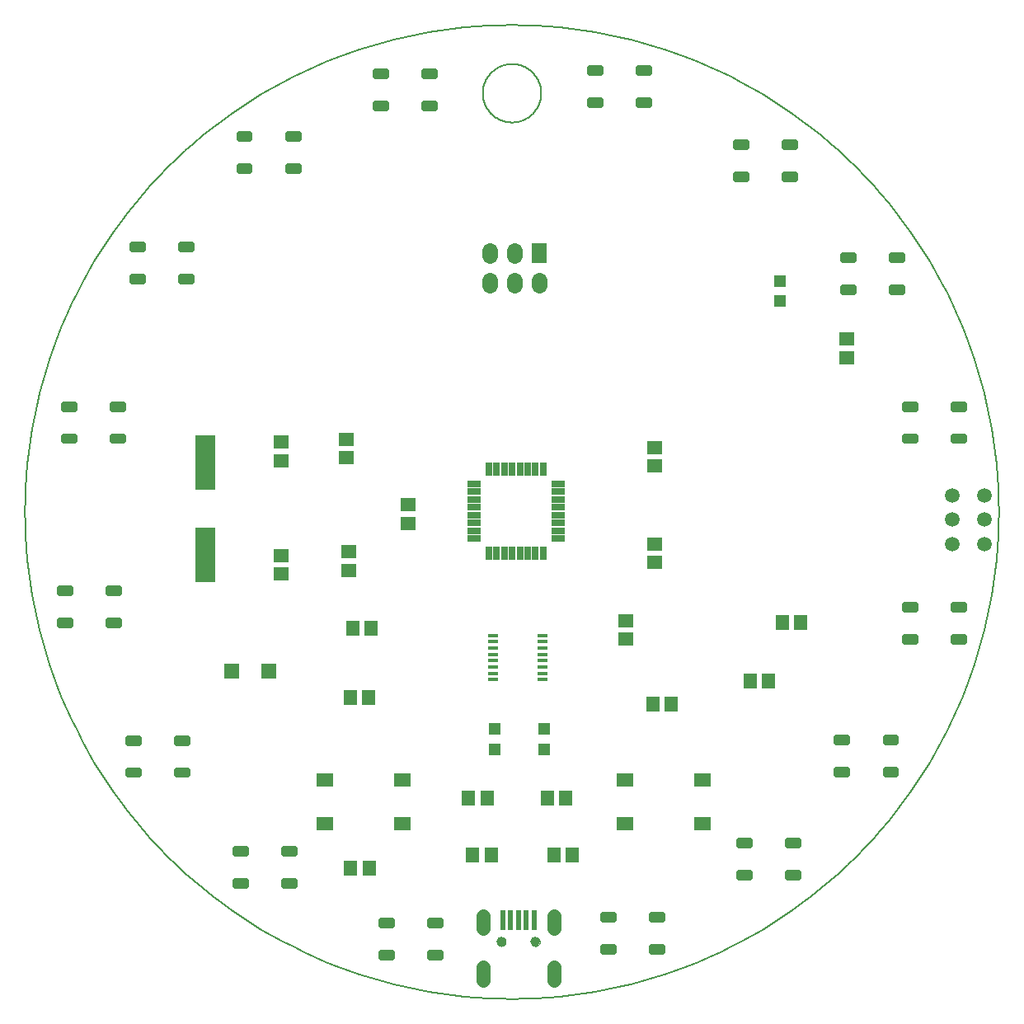
<source format=gts>
G75*
%MOIN*%
%OFA0B0*%
%FSLAX25Y25*%
%IPPOS*%
%LPD*%
%AMOC8*
5,1,8,0,0,1.08239X$1,22.5*
%
%ADD10C,0.00600*%
%ADD11R,0.05518X0.06306*%
%ADD12R,0.06306X0.05518*%
%ADD13R,0.05912X0.05912*%
%ADD14R,0.05400X0.02600*%
%ADD15R,0.02600X0.05400*%
%ADD16R,0.04300X0.01600*%
%ADD17C,0.02385*%
%ADD18R,0.05124X0.05124*%
%ADD19R,0.06699X0.05518*%
%ADD20C,0.05943*%
%ADD21C,0.04369*%
%ADD22R,0.06400X0.08400*%
%ADD23C,0.06400*%
%ADD24C,0.05550*%
%ADD25R,0.02369X0.08274*%
%ADD26C,0.00000*%
%ADD27C,0.03943*%
%ADD28R,0.08274X0.22054*%
D10*
X0001300Y0203937D02*
X0001359Y0208768D01*
X0001537Y0213596D01*
X0001833Y0218418D01*
X0002248Y0223232D01*
X0002780Y0228034D01*
X0003431Y0232821D01*
X0004198Y0237591D01*
X0005082Y0242341D01*
X0006083Y0247067D01*
X0007199Y0251768D01*
X0008431Y0256439D01*
X0009776Y0261080D01*
X0011235Y0265685D01*
X0012807Y0270254D01*
X0014490Y0274782D01*
X0016284Y0279268D01*
X0018188Y0283709D01*
X0020200Y0288101D01*
X0022319Y0292443D01*
X0024544Y0296731D01*
X0026873Y0300964D01*
X0029306Y0305138D01*
X0031841Y0309251D01*
X0034475Y0313301D01*
X0037208Y0317285D01*
X0040039Y0321200D01*
X0042964Y0325045D01*
X0045983Y0328817D01*
X0049093Y0332514D01*
X0052294Y0336133D01*
X0055582Y0339673D01*
X0058956Y0343131D01*
X0062414Y0346505D01*
X0065954Y0349793D01*
X0069573Y0352994D01*
X0073270Y0356104D01*
X0077042Y0359123D01*
X0080887Y0362048D01*
X0084802Y0364879D01*
X0088786Y0367612D01*
X0092836Y0370246D01*
X0096949Y0372781D01*
X0101123Y0375214D01*
X0105356Y0377543D01*
X0109644Y0379768D01*
X0113986Y0381887D01*
X0118378Y0383899D01*
X0122819Y0385803D01*
X0127305Y0387597D01*
X0131833Y0389280D01*
X0136402Y0390852D01*
X0141007Y0392311D01*
X0145648Y0393656D01*
X0150319Y0394888D01*
X0155020Y0396004D01*
X0159746Y0397005D01*
X0164496Y0397889D01*
X0169266Y0398656D01*
X0174053Y0399307D01*
X0178855Y0399839D01*
X0183669Y0400254D01*
X0188491Y0400550D01*
X0193319Y0400728D01*
X0198150Y0400787D01*
X0202981Y0400728D01*
X0207809Y0400550D01*
X0212631Y0400254D01*
X0217445Y0399839D01*
X0222247Y0399307D01*
X0227034Y0398656D01*
X0231804Y0397889D01*
X0236554Y0397005D01*
X0241280Y0396004D01*
X0245981Y0394888D01*
X0250652Y0393656D01*
X0255293Y0392311D01*
X0259898Y0390852D01*
X0264467Y0389280D01*
X0268995Y0387597D01*
X0273481Y0385803D01*
X0277922Y0383899D01*
X0282314Y0381887D01*
X0286656Y0379768D01*
X0290944Y0377543D01*
X0295177Y0375214D01*
X0299351Y0372781D01*
X0303464Y0370246D01*
X0307514Y0367612D01*
X0311498Y0364879D01*
X0315413Y0362048D01*
X0319258Y0359123D01*
X0323030Y0356104D01*
X0326727Y0352994D01*
X0330346Y0349793D01*
X0333886Y0346505D01*
X0337344Y0343131D01*
X0340718Y0339673D01*
X0344006Y0336133D01*
X0347207Y0332514D01*
X0350317Y0328817D01*
X0353336Y0325045D01*
X0356261Y0321200D01*
X0359092Y0317285D01*
X0361825Y0313301D01*
X0364459Y0309251D01*
X0366994Y0305138D01*
X0369427Y0300964D01*
X0371756Y0296731D01*
X0373981Y0292443D01*
X0376100Y0288101D01*
X0378112Y0283709D01*
X0380016Y0279268D01*
X0381810Y0274782D01*
X0383493Y0270254D01*
X0385065Y0265685D01*
X0386524Y0261080D01*
X0387869Y0256439D01*
X0389101Y0251768D01*
X0390217Y0247067D01*
X0391218Y0242341D01*
X0392102Y0237591D01*
X0392869Y0232821D01*
X0393520Y0228034D01*
X0394052Y0223232D01*
X0394467Y0218418D01*
X0394763Y0213596D01*
X0394941Y0208768D01*
X0395000Y0203937D01*
X0394941Y0199106D01*
X0394763Y0194278D01*
X0394467Y0189456D01*
X0394052Y0184642D01*
X0393520Y0179840D01*
X0392869Y0175053D01*
X0392102Y0170283D01*
X0391218Y0165533D01*
X0390217Y0160807D01*
X0389101Y0156106D01*
X0387869Y0151435D01*
X0386524Y0146794D01*
X0385065Y0142189D01*
X0383493Y0137620D01*
X0381810Y0133092D01*
X0380016Y0128606D01*
X0378112Y0124165D01*
X0376100Y0119773D01*
X0373981Y0115431D01*
X0371756Y0111143D01*
X0369427Y0106910D01*
X0366994Y0102736D01*
X0364459Y0098623D01*
X0361825Y0094573D01*
X0359092Y0090589D01*
X0356261Y0086674D01*
X0353336Y0082829D01*
X0350317Y0079057D01*
X0347207Y0075360D01*
X0344006Y0071741D01*
X0340718Y0068201D01*
X0337344Y0064743D01*
X0333886Y0061369D01*
X0330346Y0058081D01*
X0326727Y0054880D01*
X0323030Y0051770D01*
X0319258Y0048751D01*
X0315413Y0045826D01*
X0311498Y0042995D01*
X0307514Y0040262D01*
X0303464Y0037628D01*
X0299351Y0035093D01*
X0295177Y0032660D01*
X0290944Y0030331D01*
X0286656Y0028106D01*
X0282314Y0025987D01*
X0277922Y0023975D01*
X0273481Y0022071D01*
X0268995Y0020277D01*
X0264467Y0018594D01*
X0259898Y0017022D01*
X0255293Y0015563D01*
X0250652Y0014218D01*
X0245981Y0012986D01*
X0241280Y0011870D01*
X0236554Y0010869D01*
X0231804Y0009985D01*
X0227034Y0009218D01*
X0222247Y0008567D01*
X0217445Y0008035D01*
X0212631Y0007620D01*
X0207809Y0007324D01*
X0202981Y0007146D01*
X0198150Y0007087D01*
X0193319Y0007146D01*
X0188491Y0007324D01*
X0183669Y0007620D01*
X0178855Y0008035D01*
X0174053Y0008567D01*
X0169266Y0009218D01*
X0164496Y0009985D01*
X0159746Y0010869D01*
X0155020Y0011870D01*
X0150319Y0012986D01*
X0145648Y0014218D01*
X0141007Y0015563D01*
X0136402Y0017022D01*
X0131833Y0018594D01*
X0127305Y0020277D01*
X0122819Y0022071D01*
X0118378Y0023975D01*
X0113986Y0025987D01*
X0109644Y0028106D01*
X0105356Y0030331D01*
X0101123Y0032660D01*
X0096949Y0035093D01*
X0092836Y0037628D01*
X0088786Y0040262D01*
X0084802Y0042995D01*
X0080887Y0045826D01*
X0077042Y0048751D01*
X0073270Y0051770D01*
X0069573Y0054880D01*
X0065954Y0058081D01*
X0062414Y0061369D01*
X0058956Y0064743D01*
X0055582Y0068201D01*
X0052294Y0071741D01*
X0049093Y0075360D01*
X0045983Y0079057D01*
X0042964Y0082829D01*
X0040039Y0086674D01*
X0037208Y0090589D01*
X0034475Y0094573D01*
X0031841Y0098623D01*
X0029306Y0102736D01*
X0026873Y0106910D01*
X0024544Y0111143D01*
X0022319Y0115431D01*
X0020200Y0119773D01*
X0018188Y0124165D01*
X0016284Y0128606D01*
X0014490Y0133092D01*
X0012807Y0137620D01*
X0011235Y0142189D01*
X0009776Y0146794D01*
X0008431Y0151435D01*
X0007199Y0156106D01*
X0006083Y0160807D01*
X0005082Y0165533D01*
X0004198Y0170283D01*
X0003431Y0175053D01*
X0002780Y0179840D01*
X0002248Y0184642D01*
X0001833Y0189456D01*
X0001537Y0194278D01*
X0001359Y0199106D01*
X0001300Y0203937D01*
X0186339Y0373228D02*
X0186343Y0373518D01*
X0186353Y0373808D01*
X0186371Y0374097D01*
X0186396Y0374386D01*
X0186428Y0374674D01*
X0186467Y0374961D01*
X0186513Y0375247D01*
X0186566Y0375532D01*
X0186626Y0375816D01*
X0186693Y0376098D01*
X0186767Y0376378D01*
X0186848Y0376657D01*
X0186935Y0376933D01*
X0187029Y0377207D01*
X0187130Y0377479D01*
X0187238Y0377748D01*
X0187352Y0378014D01*
X0187473Y0378278D01*
X0187600Y0378538D01*
X0187734Y0378796D01*
X0187873Y0379050D01*
X0188019Y0379300D01*
X0188171Y0379547D01*
X0188330Y0379790D01*
X0188494Y0380029D01*
X0188663Y0380264D01*
X0188839Y0380495D01*
X0189020Y0380721D01*
X0189207Y0380943D01*
X0189399Y0381160D01*
X0189596Y0381372D01*
X0189798Y0381580D01*
X0190006Y0381782D01*
X0190218Y0381979D01*
X0190435Y0382171D01*
X0190657Y0382358D01*
X0190883Y0382539D01*
X0191114Y0382715D01*
X0191349Y0382884D01*
X0191588Y0383048D01*
X0191831Y0383207D01*
X0192078Y0383359D01*
X0192328Y0383505D01*
X0192582Y0383644D01*
X0192840Y0383778D01*
X0193100Y0383905D01*
X0193364Y0384026D01*
X0193630Y0384140D01*
X0193899Y0384248D01*
X0194171Y0384349D01*
X0194445Y0384443D01*
X0194721Y0384530D01*
X0195000Y0384611D01*
X0195280Y0384685D01*
X0195562Y0384752D01*
X0195846Y0384812D01*
X0196131Y0384865D01*
X0196417Y0384911D01*
X0196704Y0384950D01*
X0196992Y0384982D01*
X0197281Y0385007D01*
X0197570Y0385025D01*
X0197860Y0385035D01*
X0198150Y0385039D01*
X0198440Y0385035D01*
X0198730Y0385025D01*
X0199019Y0385007D01*
X0199308Y0384982D01*
X0199596Y0384950D01*
X0199883Y0384911D01*
X0200169Y0384865D01*
X0200454Y0384812D01*
X0200738Y0384752D01*
X0201020Y0384685D01*
X0201300Y0384611D01*
X0201579Y0384530D01*
X0201855Y0384443D01*
X0202129Y0384349D01*
X0202401Y0384248D01*
X0202670Y0384140D01*
X0202936Y0384026D01*
X0203200Y0383905D01*
X0203460Y0383778D01*
X0203718Y0383644D01*
X0203972Y0383505D01*
X0204222Y0383359D01*
X0204469Y0383207D01*
X0204712Y0383048D01*
X0204951Y0382884D01*
X0205186Y0382715D01*
X0205417Y0382539D01*
X0205643Y0382358D01*
X0205865Y0382171D01*
X0206082Y0381979D01*
X0206294Y0381782D01*
X0206502Y0381580D01*
X0206704Y0381372D01*
X0206901Y0381160D01*
X0207093Y0380943D01*
X0207280Y0380721D01*
X0207461Y0380495D01*
X0207637Y0380264D01*
X0207806Y0380029D01*
X0207970Y0379790D01*
X0208129Y0379547D01*
X0208281Y0379300D01*
X0208427Y0379050D01*
X0208566Y0378796D01*
X0208700Y0378538D01*
X0208827Y0378278D01*
X0208948Y0378014D01*
X0209062Y0377748D01*
X0209170Y0377479D01*
X0209271Y0377207D01*
X0209365Y0376933D01*
X0209452Y0376657D01*
X0209533Y0376378D01*
X0209607Y0376098D01*
X0209674Y0375816D01*
X0209734Y0375532D01*
X0209787Y0375247D01*
X0209833Y0374961D01*
X0209872Y0374674D01*
X0209904Y0374386D01*
X0209929Y0374097D01*
X0209947Y0373808D01*
X0209957Y0373518D01*
X0209961Y0373228D01*
X0209957Y0372938D01*
X0209947Y0372648D01*
X0209929Y0372359D01*
X0209904Y0372070D01*
X0209872Y0371782D01*
X0209833Y0371495D01*
X0209787Y0371209D01*
X0209734Y0370924D01*
X0209674Y0370640D01*
X0209607Y0370358D01*
X0209533Y0370078D01*
X0209452Y0369799D01*
X0209365Y0369523D01*
X0209271Y0369249D01*
X0209170Y0368977D01*
X0209062Y0368708D01*
X0208948Y0368442D01*
X0208827Y0368178D01*
X0208700Y0367918D01*
X0208566Y0367660D01*
X0208427Y0367406D01*
X0208281Y0367156D01*
X0208129Y0366909D01*
X0207970Y0366666D01*
X0207806Y0366427D01*
X0207637Y0366192D01*
X0207461Y0365961D01*
X0207280Y0365735D01*
X0207093Y0365513D01*
X0206901Y0365296D01*
X0206704Y0365084D01*
X0206502Y0364876D01*
X0206294Y0364674D01*
X0206082Y0364477D01*
X0205865Y0364285D01*
X0205643Y0364098D01*
X0205417Y0363917D01*
X0205186Y0363741D01*
X0204951Y0363572D01*
X0204712Y0363408D01*
X0204469Y0363249D01*
X0204222Y0363097D01*
X0203972Y0362951D01*
X0203718Y0362812D01*
X0203460Y0362678D01*
X0203200Y0362551D01*
X0202936Y0362430D01*
X0202670Y0362316D01*
X0202401Y0362208D01*
X0202129Y0362107D01*
X0201855Y0362013D01*
X0201579Y0361926D01*
X0201300Y0361845D01*
X0201020Y0361771D01*
X0200738Y0361704D01*
X0200454Y0361644D01*
X0200169Y0361591D01*
X0199883Y0361545D01*
X0199596Y0361506D01*
X0199308Y0361474D01*
X0199019Y0361449D01*
X0198730Y0361431D01*
X0198440Y0361421D01*
X0198150Y0361417D01*
X0197860Y0361421D01*
X0197570Y0361431D01*
X0197281Y0361449D01*
X0196992Y0361474D01*
X0196704Y0361506D01*
X0196417Y0361545D01*
X0196131Y0361591D01*
X0195846Y0361644D01*
X0195562Y0361704D01*
X0195280Y0361771D01*
X0195000Y0361845D01*
X0194721Y0361926D01*
X0194445Y0362013D01*
X0194171Y0362107D01*
X0193899Y0362208D01*
X0193630Y0362316D01*
X0193364Y0362430D01*
X0193100Y0362551D01*
X0192840Y0362678D01*
X0192582Y0362812D01*
X0192328Y0362951D01*
X0192078Y0363097D01*
X0191831Y0363249D01*
X0191588Y0363408D01*
X0191349Y0363572D01*
X0191114Y0363741D01*
X0190883Y0363917D01*
X0190657Y0364098D01*
X0190435Y0364285D01*
X0190218Y0364477D01*
X0190006Y0364674D01*
X0189798Y0364876D01*
X0189596Y0365084D01*
X0189399Y0365296D01*
X0189207Y0365513D01*
X0189020Y0365735D01*
X0188839Y0365961D01*
X0188663Y0366192D01*
X0188494Y0366427D01*
X0188330Y0366666D01*
X0188171Y0366909D01*
X0188019Y0367156D01*
X0187873Y0367406D01*
X0187734Y0367660D01*
X0187600Y0367918D01*
X0187473Y0368178D01*
X0187352Y0368442D01*
X0187238Y0368708D01*
X0187130Y0368977D01*
X0187029Y0369249D01*
X0186935Y0369523D01*
X0186848Y0369799D01*
X0186767Y0370078D01*
X0186693Y0370358D01*
X0186626Y0370640D01*
X0186566Y0370924D01*
X0186513Y0371209D01*
X0186467Y0371495D01*
X0186428Y0371782D01*
X0186396Y0372070D01*
X0186371Y0372359D01*
X0186353Y0372648D01*
X0186343Y0372938D01*
X0186339Y0373228D01*
D11*
X0141221Y0156850D03*
X0133741Y0156850D03*
X0132717Y0128976D03*
X0140198Y0128976D03*
X0180513Y0088228D03*
X0187993Y0088228D03*
X0189725Y0065118D03*
X0182245Y0065118D03*
X0212324Y0088228D03*
X0219804Y0088228D03*
X0222599Y0065118D03*
X0215119Y0065118D03*
X0255001Y0126220D03*
X0262481Y0126220D03*
X0294371Y0135472D03*
X0301851Y0135472D03*
X0307442Y0159094D03*
X0314922Y0159094D03*
X0140355Y0059803D03*
X0132875Y0059803D03*
D12*
X0243977Y0152480D03*
X0243977Y0159961D03*
X0255670Y0183543D03*
X0255670Y0191024D03*
X0255670Y0222598D03*
X0255670Y0230079D03*
X0333544Y0266299D03*
X0333544Y0273780D03*
X0156261Y0206772D03*
X0156261Y0199291D03*
X0132245Y0187835D03*
X0132245Y0180354D03*
X0104686Y0178780D03*
X0104686Y0186260D03*
X0104686Y0224646D03*
X0104686Y0232126D03*
X0131064Y0233307D03*
X0131064Y0225827D03*
D13*
X0099686Y0139724D03*
X0084725Y0139724D03*
D14*
X0182865Y0193228D03*
X0182865Y0196378D03*
X0182865Y0199528D03*
X0182865Y0202677D03*
X0182865Y0205827D03*
X0182865Y0208976D03*
X0182865Y0212126D03*
X0182865Y0215276D03*
X0216665Y0215276D03*
X0216665Y0212126D03*
X0216665Y0208976D03*
X0216665Y0205827D03*
X0216665Y0202677D03*
X0216665Y0199528D03*
X0216665Y0196378D03*
X0216665Y0193228D03*
D15*
X0210788Y0187352D03*
X0207639Y0187352D03*
X0204489Y0187352D03*
X0201339Y0187352D03*
X0198190Y0187352D03*
X0195040Y0187352D03*
X0191891Y0187352D03*
X0188741Y0187352D03*
X0188741Y0221152D03*
X0191891Y0221152D03*
X0195040Y0221152D03*
X0198190Y0221152D03*
X0201339Y0221152D03*
X0204489Y0221152D03*
X0207639Y0221152D03*
X0210788Y0221152D03*
D16*
X0210500Y0154075D03*
X0210500Y0151516D03*
X0210500Y0148957D03*
X0210500Y0146398D03*
X0210500Y0143839D03*
X0210500Y0141280D03*
X0210500Y0138720D03*
X0210500Y0136161D03*
X0190525Y0136161D03*
X0190525Y0138720D03*
X0190525Y0141280D03*
X0190525Y0143839D03*
X0190525Y0146398D03*
X0190525Y0148957D03*
X0190525Y0151516D03*
X0190525Y0154075D03*
D17*
X0090465Y0054913D02*
X0086151Y0054913D01*
X0090465Y0054913D02*
X0090465Y0052961D01*
X0086151Y0052961D01*
X0086151Y0054913D01*
X0086151Y0067905D02*
X0090465Y0067905D01*
X0090465Y0065953D01*
X0086151Y0065953D01*
X0086151Y0067905D01*
X0105836Y0067905D02*
X0110150Y0067905D01*
X0110150Y0065953D01*
X0105836Y0065953D01*
X0105836Y0067905D01*
X0105836Y0054913D02*
X0110150Y0054913D01*
X0110150Y0052961D01*
X0105836Y0052961D01*
X0105836Y0054913D01*
X0145206Y0038850D02*
X0149520Y0038850D01*
X0149520Y0036898D01*
X0145206Y0036898D01*
X0145206Y0038850D01*
X0145206Y0025858D02*
X0149520Y0025858D01*
X0149520Y0023906D01*
X0145206Y0023906D01*
X0145206Y0025858D01*
X0164891Y0025858D02*
X0169205Y0025858D01*
X0169205Y0023906D01*
X0164891Y0023906D01*
X0164891Y0025858D01*
X0164891Y0038850D02*
X0169205Y0038850D01*
X0169205Y0036898D01*
X0164891Y0036898D01*
X0164891Y0038850D01*
X0234812Y0041094D02*
X0239126Y0041094D01*
X0239126Y0039142D01*
X0234812Y0039142D01*
X0234812Y0041094D01*
X0234812Y0028102D02*
X0239126Y0028102D01*
X0239126Y0026150D01*
X0234812Y0026150D01*
X0234812Y0028102D01*
X0254497Y0028102D02*
X0258811Y0028102D01*
X0258811Y0026150D01*
X0254497Y0026150D01*
X0254497Y0028102D01*
X0254497Y0041094D02*
X0258811Y0041094D01*
X0258811Y0039142D01*
X0254497Y0039142D01*
X0254497Y0041094D01*
X0289930Y0058102D02*
X0294244Y0058102D01*
X0294244Y0056150D01*
X0289930Y0056150D01*
X0289930Y0058102D01*
X0289930Y0071094D02*
X0294244Y0071094D01*
X0294244Y0069142D01*
X0289930Y0069142D01*
X0289930Y0071094D01*
X0309615Y0071094D02*
X0313929Y0071094D01*
X0313929Y0069142D01*
X0309615Y0069142D01*
X0309615Y0071094D01*
X0309615Y0058102D02*
X0313929Y0058102D01*
X0313929Y0056150D01*
X0309615Y0056150D01*
X0309615Y0058102D01*
X0329300Y0099913D02*
X0333614Y0099913D01*
X0333614Y0097961D01*
X0329300Y0097961D01*
X0329300Y0099913D01*
X0329300Y0112905D02*
X0333614Y0112905D01*
X0333614Y0110953D01*
X0329300Y0110953D01*
X0329300Y0112905D01*
X0348986Y0112905D02*
X0353300Y0112905D01*
X0353300Y0110953D01*
X0348986Y0110953D01*
X0348986Y0112905D01*
X0348986Y0099913D02*
X0353300Y0099913D01*
X0353300Y0097961D01*
X0348986Y0097961D01*
X0348986Y0099913D01*
X0356860Y0153535D02*
X0361174Y0153535D01*
X0361174Y0151583D01*
X0356860Y0151583D01*
X0356860Y0153535D01*
X0356860Y0166527D02*
X0361174Y0166527D01*
X0361174Y0164575D01*
X0356860Y0164575D01*
X0356860Y0166527D01*
X0376545Y0166527D02*
X0380859Y0166527D01*
X0380859Y0164575D01*
X0376545Y0164575D01*
X0376545Y0166527D01*
X0376545Y0153535D02*
X0380859Y0153535D01*
X0380859Y0151583D01*
X0376545Y0151583D01*
X0376545Y0153535D01*
X0376545Y0234716D02*
X0380859Y0234716D01*
X0380859Y0232764D01*
X0376545Y0232764D01*
X0376545Y0234716D01*
X0376545Y0247708D02*
X0380859Y0247708D01*
X0380859Y0245756D01*
X0376545Y0245756D01*
X0376545Y0247708D01*
X0361174Y0247708D02*
X0356860Y0247708D01*
X0361174Y0247708D02*
X0361174Y0245756D01*
X0356860Y0245756D01*
X0356860Y0247708D01*
X0356860Y0234716D02*
X0361174Y0234716D01*
X0361174Y0232764D01*
X0356860Y0232764D01*
X0356860Y0234716D01*
X0355740Y0294874D02*
X0351426Y0294874D01*
X0355740Y0294874D02*
X0355740Y0292922D01*
X0351426Y0292922D01*
X0351426Y0294874D01*
X0351426Y0307866D02*
X0355740Y0307866D01*
X0355740Y0305914D01*
X0351426Y0305914D01*
X0351426Y0307866D01*
X0336055Y0307866D02*
X0331741Y0307866D01*
X0336055Y0307866D02*
X0336055Y0305914D01*
X0331741Y0305914D01*
X0331741Y0307866D01*
X0331741Y0294874D02*
X0336055Y0294874D01*
X0336055Y0292922D01*
X0331741Y0292922D01*
X0331741Y0294874D01*
X0312433Y0340622D02*
X0308119Y0340622D01*
X0312433Y0340622D02*
X0312433Y0338670D01*
X0308119Y0338670D01*
X0308119Y0340622D01*
X0308119Y0353614D02*
X0312433Y0353614D01*
X0312433Y0351662D01*
X0308119Y0351662D01*
X0308119Y0353614D01*
X0292748Y0353614D02*
X0288434Y0353614D01*
X0292748Y0353614D02*
X0292748Y0351662D01*
X0288434Y0351662D01*
X0288434Y0353614D01*
X0288434Y0340622D02*
X0292748Y0340622D01*
X0292748Y0338670D01*
X0288434Y0338670D01*
X0288434Y0340622D01*
X0253378Y0370622D02*
X0249064Y0370622D01*
X0253378Y0370622D02*
X0253378Y0368670D01*
X0249064Y0368670D01*
X0249064Y0370622D01*
X0249064Y0383614D02*
X0253378Y0383614D01*
X0253378Y0381662D01*
X0249064Y0381662D01*
X0249064Y0383614D01*
X0233693Y0383614D02*
X0229379Y0383614D01*
X0233693Y0383614D02*
X0233693Y0381662D01*
X0229379Y0381662D01*
X0229379Y0383614D01*
X0229379Y0370622D02*
X0233693Y0370622D01*
X0233693Y0368670D01*
X0229379Y0368670D01*
X0229379Y0370622D01*
X0166764Y0369126D02*
X0162450Y0369126D01*
X0166764Y0369126D02*
X0166764Y0367174D01*
X0162450Y0367174D01*
X0162450Y0369126D01*
X0162450Y0382118D02*
X0166764Y0382118D01*
X0166764Y0380166D01*
X0162450Y0380166D01*
X0162450Y0382118D01*
X0147079Y0382118D02*
X0142765Y0382118D01*
X0147079Y0382118D02*
X0147079Y0380166D01*
X0142765Y0380166D01*
X0142765Y0382118D01*
X0142765Y0369126D02*
X0147079Y0369126D01*
X0147079Y0367174D01*
X0142765Y0367174D01*
X0142765Y0369126D01*
X0111646Y0357000D02*
X0107332Y0357000D01*
X0111646Y0357000D02*
X0111646Y0355048D01*
X0107332Y0355048D01*
X0107332Y0357000D01*
X0107332Y0344007D02*
X0111646Y0344007D01*
X0111646Y0342055D01*
X0107332Y0342055D01*
X0107332Y0344007D01*
X0091961Y0344007D02*
X0087647Y0344007D01*
X0091961Y0344007D02*
X0091961Y0342055D01*
X0087647Y0342055D01*
X0087647Y0344007D01*
X0087647Y0357000D02*
X0091961Y0357000D01*
X0091961Y0355048D01*
X0087647Y0355048D01*
X0087647Y0357000D01*
X0068339Y0312196D02*
X0064025Y0312196D01*
X0068339Y0312196D02*
X0068339Y0310244D01*
X0064025Y0310244D01*
X0064025Y0312196D01*
X0064025Y0299204D02*
X0068339Y0299204D01*
X0068339Y0297252D01*
X0064025Y0297252D01*
X0064025Y0299204D01*
X0048654Y0299204D02*
X0044340Y0299204D01*
X0048654Y0299204D02*
X0048654Y0297252D01*
X0044340Y0297252D01*
X0044340Y0299204D01*
X0044340Y0312196D02*
X0048654Y0312196D01*
X0048654Y0310244D01*
X0044340Y0310244D01*
X0044340Y0312196D01*
X0040780Y0247708D02*
X0036466Y0247708D01*
X0040780Y0247708D02*
X0040780Y0245756D01*
X0036466Y0245756D01*
X0036466Y0247708D01*
X0036466Y0234716D02*
X0040780Y0234716D01*
X0040780Y0232764D01*
X0036466Y0232764D01*
X0036466Y0234716D01*
X0021095Y0234716D02*
X0016781Y0234716D01*
X0021095Y0234716D02*
X0021095Y0232764D01*
X0016781Y0232764D01*
X0016781Y0234716D01*
X0016781Y0247708D02*
X0021095Y0247708D01*
X0021095Y0245756D01*
X0016781Y0245756D01*
X0016781Y0247708D01*
X0015285Y0173259D02*
X0019599Y0173259D01*
X0019599Y0171307D01*
X0015285Y0171307D01*
X0015285Y0173259D01*
X0015285Y0160267D02*
X0019599Y0160267D01*
X0019599Y0158315D01*
X0015285Y0158315D01*
X0015285Y0160267D01*
X0034970Y0160267D02*
X0039284Y0160267D01*
X0039284Y0158315D01*
X0034970Y0158315D01*
X0034970Y0160267D01*
X0034970Y0173259D02*
X0039284Y0173259D01*
X0039284Y0171307D01*
X0034970Y0171307D01*
X0034970Y0173259D01*
X0042844Y0112708D02*
X0047158Y0112708D01*
X0047158Y0110756D01*
X0042844Y0110756D01*
X0042844Y0112708D01*
X0042844Y0099716D02*
X0047158Y0099716D01*
X0047158Y0097764D01*
X0042844Y0097764D01*
X0042844Y0099716D01*
X0062529Y0099716D02*
X0066843Y0099716D01*
X0066843Y0097764D01*
X0062529Y0097764D01*
X0062529Y0099716D01*
X0062529Y0112708D02*
X0066843Y0112708D01*
X0066843Y0110756D01*
X0062529Y0110756D01*
X0062529Y0112708D01*
D18*
X0191064Y0116299D03*
X0191064Y0108031D03*
X0211064Y0108031D03*
X0211064Y0116299D03*
X0306497Y0289134D03*
X0306497Y0297402D03*
D19*
X0275237Y0095630D03*
X0275237Y0077913D03*
X0243741Y0077913D03*
X0243741Y0095630D03*
X0153820Y0095630D03*
X0153820Y0077913D03*
X0122324Y0077913D03*
X0122324Y0095630D03*
D20*
X0376182Y0191024D03*
X0376182Y0200866D03*
X0376182Y0210709D03*
X0389174Y0210709D03*
X0389174Y0200866D03*
X0389174Y0191024D03*
D21*
X0209095Y0297756D03*
X0199095Y0297756D03*
X0199095Y0307756D03*
X0209095Y0307756D03*
X0189095Y0307756D03*
X0189095Y0297756D03*
D22*
X0209095Y0308756D03*
D23*
X0199095Y0309756D02*
X0199095Y0307756D01*
X0189095Y0307756D02*
X0189095Y0309756D01*
X0189095Y0297756D02*
X0189095Y0295756D01*
X0199095Y0295756D02*
X0199095Y0297756D01*
X0209095Y0297756D02*
X0209095Y0295756D01*
D24*
X0215080Y0040646D02*
X0215080Y0035496D01*
X0215080Y0019780D02*
X0215080Y0014630D01*
X0186339Y0014630D02*
X0186339Y0019780D01*
X0186339Y0035496D02*
X0186339Y0040646D01*
D25*
X0194410Y0039055D03*
X0197560Y0039055D03*
X0200709Y0039055D03*
X0203859Y0039055D03*
X0207009Y0039055D03*
D26*
X0205827Y0030197D02*
X0205829Y0030281D01*
X0205835Y0030364D01*
X0205845Y0030447D01*
X0205859Y0030530D01*
X0205876Y0030612D01*
X0205898Y0030693D01*
X0205923Y0030772D01*
X0205952Y0030851D01*
X0205985Y0030928D01*
X0206021Y0031003D01*
X0206061Y0031077D01*
X0206104Y0031149D01*
X0206151Y0031218D01*
X0206201Y0031285D01*
X0206254Y0031350D01*
X0206310Y0031412D01*
X0206368Y0031472D01*
X0206430Y0031529D01*
X0206494Y0031582D01*
X0206561Y0031633D01*
X0206630Y0031680D01*
X0206701Y0031725D01*
X0206774Y0031765D01*
X0206849Y0031802D01*
X0206926Y0031836D01*
X0207004Y0031866D01*
X0207083Y0031892D01*
X0207164Y0031915D01*
X0207246Y0031933D01*
X0207328Y0031948D01*
X0207411Y0031959D01*
X0207494Y0031966D01*
X0207578Y0031969D01*
X0207662Y0031968D01*
X0207745Y0031963D01*
X0207829Y0031954D01*
X0207911Y0031941D01*
X0207993Y0031925D01*
X0208074Y0031904D01*
X0208155Y0031880D01*
X0208233Y0031852D01*
X0208311Y0031820D01*
X0208387Y0031784D01*
X0208461Y0031745D01*
X0208533Y0031703D01*
X0208603Y0031657D01*
X0208671Y0031608D01*
X0208736Y0031556D01*
X0208799Y0031501D01*
X0208859Y0031443D01*
X0208917Y0031382D01*
X0208971Y0031318D01*
X0209023Y0031252D01*
X0209071Y0031184D01*
X0209116Y0031113D01*
X0209157Y0031040D01*
X0209196Y0030966D01*
X0209230Y0030890D01*
X0209261Y0030812D01*
X0209288Y0030733D01*
X0209312Y0030652D01*
X0209331Y0030571D01*
X0209347Y0030489D01*
X0209359Y0030406D01*
X0209367Y0030322D01*
X0209371Y0030239D01*
X0209371Y0030155D01*
X0209367Y0030072D01*
X0209359Y0029988D01*
X0209347Y0029905D01*
X0209331Y0029823D01*
X0209312Y0029742D01*
X0209288Y0029661D01*
X0209261Y0029582D01*
X0209230Y0029504D01*
X0209196Y0029428D01*
X0209157Y0029354D01*
X0209116Y0029281D01*
X0209071Y0029210D01*
X0209023Y0029142D01*
X0208971Y0029076D01*
X0208917Y0029012D01*
X0208859Y0028951D01*
X0208799Y0028893D01*
X0208736Y0028838D01*
X0208671Y0028786D01*
X0208603Y0028737D01*
X0208533Y0028691D01*
X0208461Y0028649D01*
X0208387Y0028610D01*
X0208311Y0028574D01*
X0208233Y0028542D01*
X0208155Y0028514D01*
X0208074Y0028490D01*
X0207993Y0028469D01*
X0207911Y0028453D01*
X0207829Y0028440D01*
X0207745Y0028431D01*
X0207662Y0028426D01*
X0207578Y0028425D01*
X0207494Y0028428D01*
X0207411Y0028435D01*
X0207328Y0028446D01*
X0207246Y0028461D01*
X0207164Y0028479D01*
X0207083Y0028502D01*
X0207004Y0028528D01*
X0206926Y0028558D01*
X0206849Y0028592D01*
X0206774Y0028629D01*
X0206701Y0028669D01*
X0206630Y0028714D01*
X0206561Y0028761D01*
X0206494Y0028812D01*
X0206430Y0028865D01*
X0206368Y0028922D01*
X0206310Y0028982D01*
X0206254Y0029044D01*
X0206201Y0029109D01*
X0206151Y0029176D01*
X0206104Y0029245D01*
X0206061Y0029317D01*
X0206021Y0029391D01*
X0205985Y0029466D01*
X0205952Y0029543D01*
X0205923Y0029622D01*
X0205898Y0029701D01*
X0205876Y0029782D01*
X0205859Y0029864D01*
X0205845Y0029947D01*
X0205835Y0030030D01*
X0205829Y0030113D01*
X0205827Y0030197D01*
X0192048Y0030197D02*
X0192050Y0030281D01*
X0192056Y0030364D01*
X0192066Y0030447D01*
X0192080Y0030530D01*
X0192097Y0030612D01*
X0192119Y0030693D01*
X0192144Y0030772D01*
X0192173Y0030851D01*
X0192206Y0030928D01*
X0192242Y0031003D01*
X0192282Y0031077D01*
X0192325Y0031149D01*
X0192372Y0031218D01*
X0192422Y0031285D01*
X0192475Y0031350D01*
X0192531Y0031412D01*
X0192589Y0031472D01*
X0192651Y0031529D01*
X0192715Y0031582D01*
X0192782Y0031633D01*
X0192851Y0031680D01*
X0192922Y0031725D01*
X0192995Y0031765D01*
X0193070Y0031802D01*
X0193147Y0031836D01*
X0193225Y0031866D01*
X0193304Y0031892D01*
X0193385Y0031915D01*
X0193467Y0031933D01*
X0193549Y0031948D01*
X0193632Y0031959D01*
X0193715Y0031966D01*
X0193799Y0031969D01*
X0193883Y0031968D01*
X0193966Y0031963D01*
X0194050Y0031954D01*
X0194132Y0031941D01*
X0194214Y0031925D01*
X0194295Y0031904D01*
X0194376Y0031880D01*
X0194454Y0031852D01*
X0194532Y0031820D01*
X0194608Y0031784D01*
X0194682Y0031745D01*
X0194754Y0031703D01*
X0194824Y0031657D01*
X0194892Y0031608D01*
X0194957Y0031556D01*
X0195020Y0031501D01*
X0195080Y0031443D01*
X0195138Y0031382D01*
X0195192Y0031318D01*
X0195244Y0031252D01*
X0195292Y0031184D01*
X0195337Y0031113D01*
X0195378Y0031040D01*
X0195417Y0030966D01*
X0195451Y0030890D01*
X0195482Y0030812D01*
X0195509Y0030733D01*
X0195533Y0030652D01*
X0195552Y0030571D01*
X0195568Y0030489D01*
X0195580Y0030406D01*
X0195588Y0030322D01*
X0195592Y0030239D01*
X0195592Y0030155D01*
X0195588Y0030072D01*
X0195580Y0029988D01*
X0195568Y0029905D01*
X0195552Y0029823D01*
X0195533Y0029742D01*
X0195509Y0029661D01*
X0195482Y0029582D01*
X0195451Y0029504D01*
X0195417Y0029428D01*
X0195378Y0029354D01*
X0195337Y0029281D01*
X0195292Y0029210D01*
X0195244Y0029142D01*
X0195192Y0029076D01*
X0195138Y0029012D01*
X0195080Y0028951D01*
X0195020Y0028893D01*
X0194957Y0028838D01*
X0194892Y0028786D01*
X0194824Y0028737D01*
X0194754Y0028691D01*
X0194682Y0028649D01*
X0194608Y0028610D01*
X0194532Y0028574D01*
X0194454Y0028542D01*
X0194376Y0028514D01*
X0194295Y0028490D01*
X0194214Y0028469D01*
X0194132Y0028453D01*
X0194050Y0028440D01*
X0193966Y0028431D01*
X0193883Y0028426D01*
X0193799Y0028425D01*
X0193715Y0028428D01*
X0193632Y0028435D01*
X0193549Y0028446D01*
X0193467Y0028461D01*
X0193385Y0028479D01*
X0193304Y0028502D01*
X0193225Y0028528D01*
X0193147Y0028558D01*
X0193070Y0028592D01*
X0192995Y0028629D01*
X0192922Y0028669D01*
X0192851Y0028714D01*
X0192782Y0028761D01*
X0192715Y0028812D01*
X0192651Y0028865D01*
X0192589Y0028922D01*
X0192531Y0028982D01*
X0192475Y0029044D01*
X0192422Y0029109D01*
X0192372Y0029176D01*
X0192325Y0029245D01*
X0192282Y0029317D01*
X0192242Y0029391D01*
X0192206Y0029466D01*
X0192173Y0029543D01*
X0192144Y0029622D01*
X0192119Y0029701D01*
X0192097Y0029782D01*
X0192080Y0029864D01*
X0192066Y0029947D01*
X0192056Y0030030D01*
X0192050Y0030113D01*
X0192048Y0030197D01*
D27*
X0193820Y0030197D03*
X0207599Y0030197D03*
D28*
X0074174Y0186496D03*
X0074174Y0223898D03*
M02*

</source>
